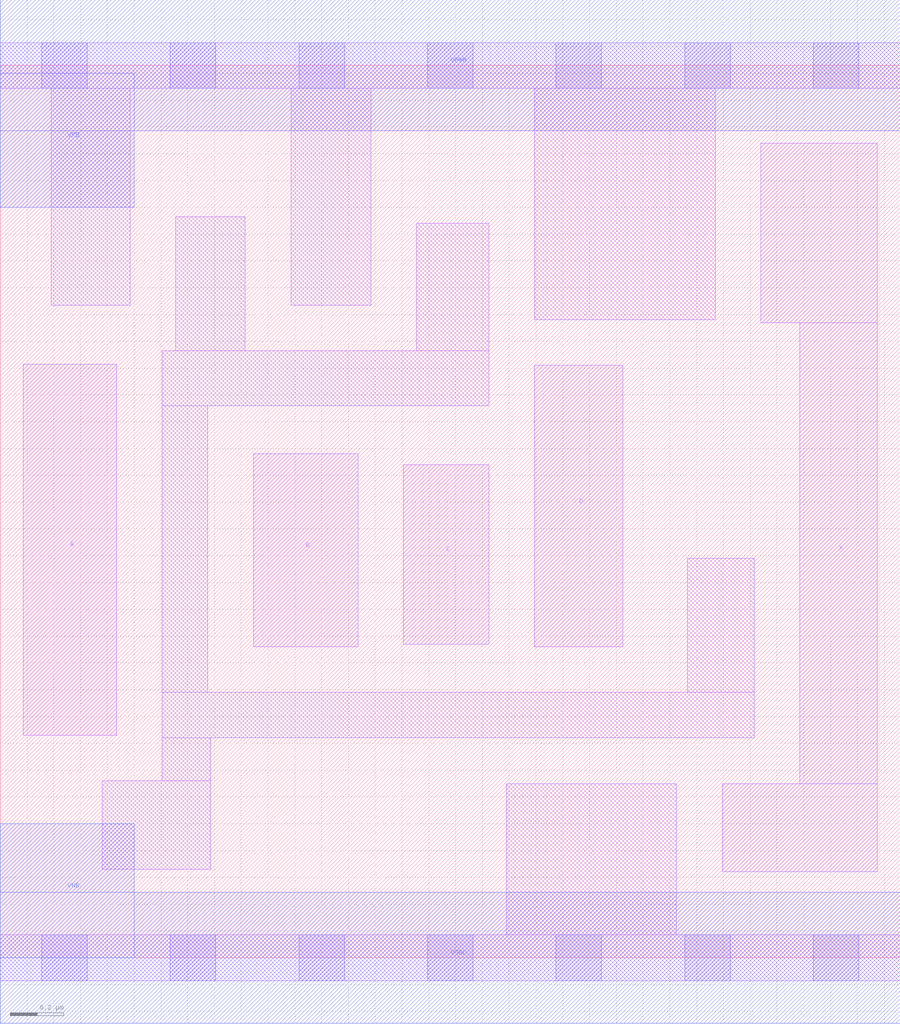
<source format=lef>
# Copyright 2020 The SkyWater PDK Authors
#
# Licensed under the Apache License, Version 2.0 (the "License");
# you may not use this file except in compliance with the License.
# You may obtain a copy of the License at
#
#     https://www.apache.org/licenses/LICENSE-2.0
#
# Unless required by applicable law or agreed to in writing, software
# distributed under the License is distributed on an "AS IS" BASIS,
# WITHOUT WARRANTIES OR CONDITIONS OF ANY KIND, either express or implied.
# See the License for the specific language governing permissions and
# limitations under the License.
#
# SPDX-License-Identifier: Apache-2.0

VERSION 5.5 ;
NAMESCASESENSITIVE ON ;
BUSBITCHARS "[]" ;
DIVIDERCHAR "/" ;
MACRO sky130_fd_sc_lp__and4_0
  CLASS CORE ;
  SOURCE USER ;
  ORIGIN  0.000000  0.000000 ;
  SIZE  3.360000 BY  3.330000 ;
  SYMMETRY X Y R90 ;
  SITE unit ;
  PIN A
    ANTENNAGATEAREA  0.126000 ;
    DIRECTION INPUT ;
    USE SIGNAL ;
    PORT
      LAYER li1 ;
        RECT 0.085000 0.830000 0.435000 2.215000 ;
    END
  END A
  PIN B
    ANTENNAGATEAREA  0.126000 ;
    DIRECTION INPUT ;
    USE SIGNAL ;
    PORT
      LAYER li1 ;
        RECT 0.945000 1.160000 1.335000 1.880000 ;
    END
  END B
  PIN C
    ANTENNAGATEAREA  0.126000 ;
    DIRECTION INPUT ;
    USE SIGNAL ;
    PORT
      LAYER li1 ;
        RECT 1.505000 1.170000 1.825000 1.840000 ;
    END
  END C
  PIN D
    ANTENNAGATEAREA  0.126000 ;
    DIRECTION INPUT ;
    USE SIGNAL ;
    PORT
      LAYER li1 ;
        RECT 1.995000 1.160000 2.325000 2.210000 ;
    END
  END D
  PIN X
    ANTENNADIFFAREA  0.280900 ;
    DIRECTION OUTPUT ;
    USE SIGNAL ;
    PORT
      LAYER li1 ;
        RECT 2.695000 0.320000 3.275000 0.650000 ;
        RECT 2.840000 2.370000 3.275000 3.040000 ;
        RECT 2.985000 0.650000 3.275000 2.370000 ;
    END
  END X
  PIN VGND
    DIRECTION INOUT ;
    USE GROUND ;
    PORT
      LAYER met1 ;
        RECT 0.000000 -0.245000 3.360000 0.245000 ;
    END
  END VGND
  PIN VNB
    DIRECTION INOUT ;
    USE GROUND ;
    PORT
      LAYER met1 ;
        RECT 0.000000 0.000000 0.500000 0.500000 ;
    END
  END VNB
  PIN VPB
    DIRECTION INOUT ;
    USE POWER ;
    PORT
      LAYER met1 ;
        RECT 0.000000 2.800000 0.500000 3.300000 ;
    END
  END VPB
  PIN VPWR
    DIRECTION INOUT ;
    USE POWER ;
    PORT
      LAYER met1 ;
        RECT 0.000000 3.085000 3.360000 3.575000 ;
    END
  END VPWR
  OBS
    LAYER li1 ;
      RECT 0.000000 -0.085000 3.360000 0.085000 ;
      RECT 0.000000  3.245000 3.360000 3.415000 ;
      RECT 0.190000  2.435000 0.485000 3.245000 ;
      RECT 0.380000  0.330000 0.785000 0.660000 ;
      RECT 0.605000  0.660000 0.785000 0.820000 ;
      RECT 0.605000  0.820000 2.815000 0.990000 ;
      RECT 0.605000  0.990000 0.775000 2.060000 ;
      RECT 0.605000  2.060000 1.825000 2.265000 ;
      RECT 0.655000  2.265000 0.915000 2.765000 ;
      RECT 1.085000  2.435000 1.385000 3.245000 ;
      RECT 1.555000  2.265000 1.825000 2.740000 ;
      RECT 1.890000  0.085000 2.525000 0.650000 ;
      RECT 1.995000  2.380000 2.670000 3.245000 ;
      RECT 2.565000  0.990000 2.815000 1.490000 ;
    LAYER mcon ;
      RECT 0.155000 -0.085000 0.325000 0.085000 ;
      RECT 0.155000  3.245000 0.325000 3.415000 ;
      RECT 0.635000 -0.085000 0.805000 0.085000 ;
      RECT 0.635000  3.245000 0.805000 3.415000 ;
      RECT 1.115000 -0.085000 1.285000 0.085000 ;
      RECT 1.115000  3.245000 1.285000 3.415000 ;
      RECT 1.595000 -0.085000 1.765000 0.085000 ;
      RECT 1.595000  3.245000 1.765000 3.415000 ;
      RECT 2.075000 -0.085000 2.245000 0.085000 ;
      RECT 2.075000  3.245000 2.245000 3.415000 ;
      RECT 2.555000 -0.085000 2.725000 0.085000 ;
      RECT 2.555000  3.245000 2.725000 3.415000 ;
      RECT 3.035000 -0.085000 3.205000 0.085000 ;
      RECT 3.035000  3.245000 3.205000 3.415000 ;
  END
END sky130_fd_sc_lp__and4_0
END LIBRARY

</source>
